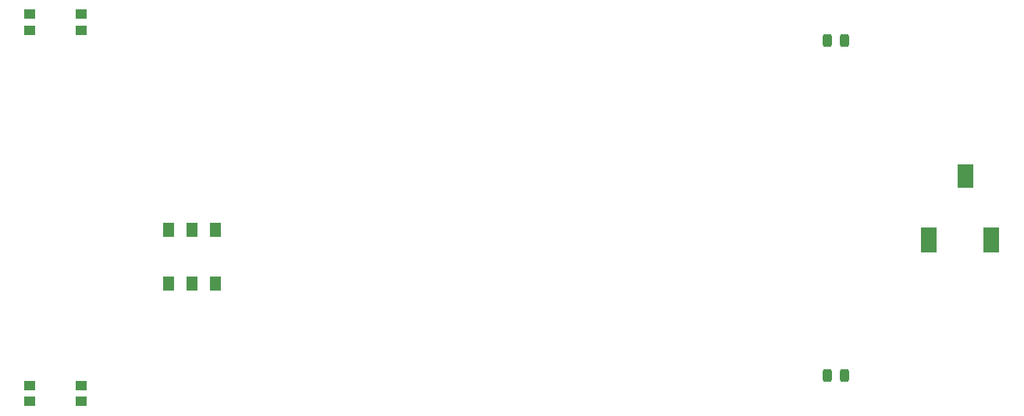
<source format=gbr>
%TF.GenerationSoftware,KiCad,Pcbnew,(6.0.4-0)*%
%TF.CreationDate,2024-06-15T10:21:11-04:00*%
%TF.ProjectId,SignalSnagger,5369676e-616c-4536-9e61-676765722e6b,rev?*%
%TF.SameCoordinates,Original*%
%TF.FileFunction,Paste,Bot*%
%TF.FilePolarity,Positive*%
%FSLAX46Y46*%
G04 Gerber Fmt 4.6, Leading zero omitted, Abs format (unit mm)*
G04 Created by KiCad (PCBNEW (6.0.4-0)) date 2024-06-15 10:21:11*
%MOMM*%
%LPD*%
G01*
G04 APERTURE LIST*
G04 Aperture macros list*
%AMRoundRect*
0 Rectangle with rounded corners*
0 $1 Rounding radius*
0 $2 $3 $4 $5 $6 $7 $8 $9 X,Y pos of 4 corners*
0 Add a 4 corners polygon primitive as box body*
4,1,4,$2,$3,$4,$5,$6,$7,$8,$9,$2,$3,0*
0 Add four circle primitives for the rounded corners*
1,1,$1+$1,$2,$3*
1,1,$1+$1,$4,$5*
1,1,$1+$1,$6,$7*
1,1,$1+$1,$8,$9*
0 Add four rect primitives between the rounded corners*
20,1,$1+$1,$2,$3,$4,$5,0*
20,1,$1+$1,$4,$5,$6,$7,0*
20,1,$1+$1,$6,$7,$8,$9,0*
20,1,$1+$1,$8,$9,$2,$3,0*%
G04 Aperture macros list end*
%ADD10R,1.270000X1.620000*%
%ADD11RoundRect,0.243750X0.243750X0.456250X-0.243750X0.456250X-0.243750X-0.456250X0.243750X-0.456250X0*%
%ADD12R,1.800000X2.600000*%
%ADD13R,1.800000X2.750000*%
%ADD14R,1.200000X1.000000*%
G04 APERTURE END LIST*
D10*
%TO.C,T101*%
X119230000Y-98590000D03*
X121770000Y-98590000D03*
X124310000Y-98590000D03*
X124310000Y-104440000D03*
X121770000Y-104440000D03*
X119230000Y-104440000D03*
%TD*%
D11*
%TO.C,D203*%
X192567500Y-77990000D03*
X190692500Y-77990000D03*
%TD*%
%TO.C,D204*%
X192587500Y-114427500D03*
X190712500Y-114427500D03*
%TD*%
D12*
%TO.C,J301*%
X205700000Y-92736000D03*
D13*
X201700000Y-99636000D03*
X208500000Y-99636000D03*
%TD*%
D14*
%TO.C,SW201*%
X104200000Y-76850000D03*
X109800000Y-76850000D03*
X104200000Y-75150000D03*
X109800000Y-75150000D03*
%TD*%
%TO.C,SW202*%
X104200000Y-115520000D03*
X109800000Y-115520000D03*
X104200000Y-117220000D03*
X109800000Y-117220000D03*
%TD*%
M02*

</source>
